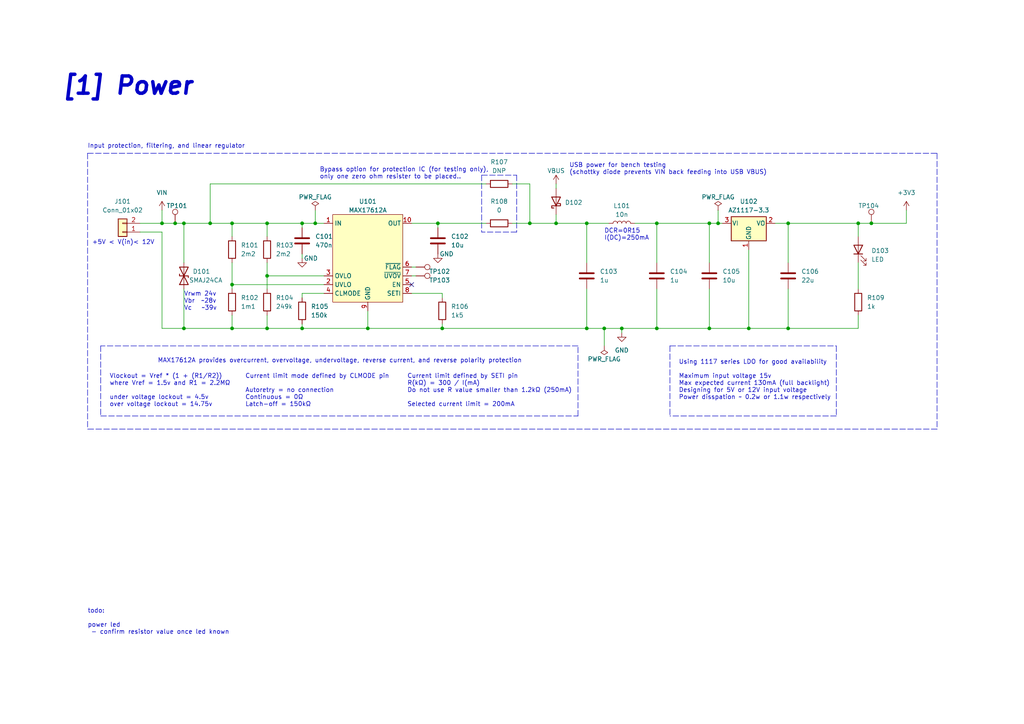
<source format=kicad_sch>
(kicad_sch (version 20211123) (generator eeschema)
  (paper "A4")
  (title_block (title "grblPANEL") (date "2022-11-22") (rev "0.1") (company "dresco"))
  (lib_symbols
    (symbol "Connector:TestPoint" (pin_numbers hide) (pin_names (offset 0.762) hide)
      (property "Reference" "TP" (at 0 6.858 0))
      (property "Value" "TestPoint" (at 0 5.08 0))
      (symbol "TestPoint_0_1"
        (circle (center 0 3.302) (radius 0.762))
      )
      (symbol "TestPoint_1_1"
        (pin passive line (at 0 0 90) (length 2.54) (name "1") (number "1"))
      )
    )
    (symbol "Connector_Generic:Conn_01x02" (pin_names (offset 1.016) hide)
      (property "Reference" "J" (at 0 2.54 0))
      (property "Value" "Conn_01x02" (at 0 -5.08 0))
      (symbol "Conn_01x02_1_1"
        (rectangle (start -1.27 -2.413) (end 0 -2.667) (stroke (width 0.1524)))
        (rectangle (start -1.27 0.127) (end 0 -0.127) (stroke (width 0.1524)))
        (rectangle (start -1.27 1.27) (end 1.27 -3.81) (stroke (width 0.254)) (fill (type background)))
        (pin passive line (at -5.08 0 0) (length 3.81) (name "Pin_1") (number "1"))
        (pin passive line (at -5.08 -2.54 0) (length 3.81) (name "Pin_2") (number "2"))
      )
    )
    (symbol "Device:C" (pin_numbers hide) (pin_names (offset 0.254))
      (property "Reference" "C" (at 0.635 2.54 0))
      (property "Value" "C" (at 0.635 -2.54 0))
      (symbol "C_0_1"
        (polyline (pts (xy -2.032 -0.762) (xy 2.032 -0.762)) (stroke (width 0.508)))
        (polyline (pts (xy -2.032 0.762) (xy 2.032 0.762)) (stroke (width 0.508)))
      )
      (symbol "C_1_1"
        (pin passive line (at 0 3.81 270) (length 2.794) (name "~") (number "1"))
        (pin passive line (at 0 -3.81 90) (length 2.794) (name "~") (number "2"))
      )
    )
    (symbol "Device:D_Schottky" (pin_numbers hide) (pin_names (offset 1.016) hide)
      (property "Reference" "D" (at 0 2.54 0))
      (property "Value" "D_Schottky" (at 0 -2.54 0))
      (symbol "D_Schottky_0_1"
        (polyline (pts (xy 1.27 0) (xy -1.27 0)))
        (polyline (pts (xy 1.27 1.27) (xy 1.27 -1.27) (xy -1.27 0) (xy 1.27 1.27)) (stroke (width 0.254)))
        (polyline (pts (xy -1.905 0.635) (xy -1.905 1.27) (xy -1.27 1.27) (xy -1.27 -1.27) (xy -0.635 -1.27) (xy -0.635 -0.635)) (stroke (width 0.254)))
      )
      (symbol "D_Schottky_1_1"
        (pin passive line (at -3.81 0 0) (length 2.54) (name "K") (number "1"))
        (pin passive line (at 3.81 0 180) (length 2.54) (name "A") (number "2"))
      )
    )
    (symbol "Device:D_TVS" (pin_numbers hide) (pin_names (offset 1.016) hide)
      (property "Reference" "D" (at 0 2.54 0))
      (property "Value" "D_TVS" (at 0 -2.54 0))
      (symbol "D_TVS_0_1"
        (polyline (pts (xy 1.27 0) (xy -1.27 0)))
        (polyline (pts (xy 0.508 1.27) (xy 0 1.27) (xy 0 -1.27) (xy -0.508 -1.27)) (stroke (width 0.254)))
        (polyline (pts (xy -2.54 1.27) (xy -2.54 -1.27) (xy 2.54 1.27) (xy 2.54 -1.27) (xy -2.54 1.27)) (stroke (width 0.254)))
      )
      (symbol "D_TVS_1_1"
        (pin passive line (at -3.81 0 0) (length 2.54) (name "A1") (number "1"))
        (pin passive line (at 3.81 0 180) (length 2.54) (name "A2") (number "2"))
      )
    )
    (symbol "Device:L" (pin_numbers hide) (pin_names (offset 1.016) hide)
      (property "Reference" "L" (at -1.27 0 90))
      (property "Value" "L" (at 1.905 0 90))
      (symbol "L_0_1"
        (arc (start 0 -2.54) (mid 0.635 -1.905) (end 0 -1.27))
        (arc (start 0 -1.27) (mid 0.635 -0.635) (end 0 0))
        (arc (start 0 0) (mid 0.635 0.635) (end 0 1.27))
        (arc (start 0 1.27) (mid 0.635 1.905) (end 0 2.54))
      )
      (symbol "L_1_1"
        (pin passive line (at 0 3.81 270) (length 1.27) (name "1") (number "1"))
        (pin passive line (at 0 -3.81 90) (length 1.27) (name "2") (number "2"))
      )
    )
    (symbol "Device:LED" (pin_numbers hide) (pin_names (offset 1.016) hide)
      (property "Reference" "D" (at 0 2.54 0))
      (property "Value" "LED" (at 0 -2.54 0))
      (symbol "LED_0_1"
        (polyline (pts (xy -1.27 -1.27) (xy -1.27 1.27)) (stroke (width 0.254)))
        (polyline (pts (xy -1.27 0) (xy 1.27 0)))
        (polyline (pts (xy 1.27 -1.27) (xy 1.27 1.27) (xy -1.27 0) (xy 1.27 -1.27)) (stroke (width 0.254)))
        (polyline (pts (xy -3.048 -0.762) (xy -4.572 -2.286) (xy -3.81 -2.286) (xy -4.572 -2.286) (xy -4.572 -1.524)))
        (polyline (pts (xy -1.778 -0.762) (xy -3.302 -2.286) (xy -2.54 -2.286) (xy -3.302 -2.286) (xy -3.302 -1.524)))
      )
      (symbol "LED_1_1"
        (pin passive line (at -3.81 0 0) (length 2.54) (name "K") (number "1"))
        (pin passive line (at 3.81 0 180) (length 2.54) (name "A") (number "2"))
      )
    )
    (symbol "Device:R" (pin_numbers hide) (pin_names (offset 0))
      (property "Reference" "R" (at 2.032 0 90))
      (property "Value" "R" (at 0 0 90))
      (symbol "R_0_1"
        (rectangle (start -1.016 -2.54) (end 1.016 2.54) (stroke (width 0.254)))
      )
      (symbol "R_1_1"
        (pin passive line (at 0 3.81 270) (length 1.27) (name "~") (number "1"))
        (pin passive line (at 0 -3.81 90) (length 1.27) (name "~") (number "2"))
      )
    )
    (symbol "Regulator_Linear:AZ1117-3.3" (pin_names (offset 0.254))
      (property "Reference" "U" (at -3.81 3.175 0))
      (property "Value" "AZ1117-3.3" (at 0 3.175 0))
      (symbol "AZ1117-3.3_0_1"
        (rectangle (start -5.08 1.905) (end 5.08 -5.08) (stroke (width 0.254)) (fill (type background)))
      )
      (symbol "AZ1117-3.3_1_1"
        (pin power_in line (at 0 -7.62 90) (length 2.54) (name "GND") (number "1"))
        (pin power_out line (at 7.62 0 180) (length 2.54) (name "VO") (number "2"))
        (pin power_in line (at -7.62 0 0) (length 2.54) (name "VI") (number "3"))
      )
    )
    (symbol "dresco:MAX17612A"
      (property "Reference" "U" (at 0 13.97 0))
      (property "Value" "MAX17612A" (at 7.62 -15.24 0))
      (symbol "MAX17612A_0_1"
        (rectangle (start -10.16 12.7) (end 10.16 -12.7) (fill (type background)))
      )
      (symbol "MAX17612A_1_1"
        (pin power_in line (at -12.7 10.16 0) (length 2.54) (name "IN") (number "1"))
        (pin power_out line (at 12.7 10.16 180) (length 2.54) (name "OUT") (number "10"))
        (pin input line (at -12.7 -7.62 0) (length 2.54) (name "UVLO") (number "2"))
        (pin input line (at -12.7 -5.08 0) (length 2.54) (name "OVLO") (number "3"))
        (pin input line (at -12.7 -10.16 0) (length 2.54) (name "CLMODE") (number "4"))
        (pin input line (at 12.7 -7.62 180) (length 2.54) (name "EN") (number "5"))
        (pin output line (at 12.7 -2.54 180) (length 2.54) (name "~{FLAG}") (number "6"))
        (pin output line (at 12.7 -5.08 180) (length 2.54) (name "~{UVOV}") (number "7"))
        (pin output line (at 12.7 -10.16 180) (length 2.54) (name "SETI") (number "8"))
        (pin power_in line (at 0 -15.24 90) (length 2.54) (name "GND") (number "9"))
      )
    )
    (symbol "dresco:VIN" (power) (pin_names (offset 0))
      (property "Value" "VIN" (at 0 3.81 0))
      (symbol "VIN_0_1"
        (polyline (pts (xy -0.762 1.27) (xy 0 2.54)))
        (polyline (pts (xy 0 0) (xy 0 2.54)))
        (polyline (pts (xy 0 2.54) (xy 0.762 1.27)))
      )
      (symbol "VIN_1_1"
        (pin power_in line (at 0 0 90) (length 0) hide (name "VIN") (number "1"))
      )
    )
    (symbol "power:+3V3" (power) (pin_names (offset 0))
      (property "Value" "+3V3" (at 0 3.556 0))
      (symbol "+3V3_0_1"
        (polyline (pts (xy -0.762 1.27) (xy 0 2.54)))
        (polyline (pts (xy 0 0) (xy 0 2.54)))
        (polyline (pts (xy 0 2.54) (xy 0.762 1.27)))
      )
      (symbol "+3V3_1_1"
        (pin power_in line (at 0 0 90) (length 0) hide (name "+3V3") (number "1"))
      )
    )
    (symbol "power:GND" (power) (pin_names (offset 0))
      (property "Value" "GND" (at 0 -3.81 0))
      (symbol "GND_0_1"
        (polyline (pts (xy 0 0) (xy 0 -1.27) (xy 1.27 -1.27) (xy 0 -2.54) (xy -1.27 -1.27) (xy 0 -1.27)))
      )
      (symbol "GND_1_1"
        (pin power_in line (at 0 0 270) (length 0) hide (name "GND") (number "1"))
      )
    )
    (symbol "power:PWR_FLAG" (power) (pin_numbers hide) (pin_names (offset 0) hide)
      (property "Value" "PWR_FLAG" (at 0 3.81 0))
      (symbol "PWR_FLAG_0_0"
        (pin power_out line (at 0 0 90) (length 0) (name "pwr") (number "1"))
      )
      (symbol "PWR_FLAG_0_1"
        (polyline (pts (xy 0 0) (xy 0 1.27) (xy -1.016 1.905) (xy 0 2.54) (xy 1.016 1.905) (xy 0 1.27)))
      )
    )
    (symbol "power:VBUS" (power) (pin_names (offset 0))
      (property "Value" "VBUS" (at 0 3.81 0))
      (symbol "VBUS_0_1"
        (polyline (pts (xy -0.762 1.27) (xy 0 2.54)))
        (polyline (pts (xy 0 0) (xy 0 2.54)))
        (polyline (pts (xy 0 2.54) (xy 0.762 1.27)))
      )
      (symbol "VBUS_1_1"
        (pin power_in line (at 0 0 90) (length 0) hide (name "VBUS") (number "1"))
      )
    )
  )
  (junction (at 106.68 95.25))
  (junction (at 46.99 64.77))
  (junction (at 205.74 95.25))
  (junction (at 77.47 80.01))
  (junction (at 91.44 64.77))
  (junction (at 77.47 95.25))
  (junction (at 161.29 64.77))
  (junction (at 53.34 95.25))
  (junction (at 50.8 64.77))
  (junction (at 180.34 95.25))
  (junction (at 228.6 64.77))
  (junction (at 175.26 95.25))
  (junction (at 127 64.77))
  (junction (at 53.34 64.77))
  (junction (at 190.5 95.25))
  (junction (at 67.31 82.55))
  (junction (at 205.74 64.77))
  (junction (at 252.73 64.77))
  (junction (at 77.47 64.77))
  (junction (at 170.18 64.77))
  (junction (at 153.67 64.77))
  (junction (at 87.63 95.25))
  (junction (at 170.18 95.25))
  (junction (at 87.63 64.77))
  (junction (at 67.31 95.25))
  (junction (at 228.6 95.25))
  (junction (at 128.27 95.25))
  (junction (at 208.28 64.77))
  (junction (at 217.17 95.25))
  (junction (at 60.96 64.77))
  (junction (at 248.92 64.77))
  (junction (at 67.31 64.77))
  (junction (at 190.5 64.77))
  (no_connect (at 119.38 82.55))
  (wire (pts (xy 40.64 64.77) (xy 46.99 64.77)))
  (wire (pts (xy 119.38 77.47) (xy 120.65 77.47)))
  (wire (pts (xy 77.47 80.01) (xy 93.98 80.01)))
  (wire (pts (xy 119.38 64.77) (xy 127 64.77)))
  (wire (pts (xy 161.29 62.23) (xy 161.29 64.77)))
  (wire (pts (xy 77.47 76.2) (xy 77.47 80.01)))
  (wire (pts (xy 208.28 64.77) (xy 205.74 64.77)))
  (wire (pts (xy 87.63 64.77) (xy 91.44 64.77)))
  (polyline (pts (xy 242.57 120.65) (xy 194.31 120.65)))
  (wire (pts (xy 46.99 95.25) (xy 53.34 95.25)))
  (wire (pts (xy 77.47 91.44) (xy 77.47 95.25)))
  (wire (pts (xy 60.96 64.77) (xy 67.31 64.77)))
  (wire (pts (xy 119.38 80.01) (xy 120.65 80.01)))
  (wire (pts (xy 209.55 64.77) (xy 208.28 64.77)))
  (wire (pts (xy 208.28 60.96) (xy 208.28 64.77)))
  (wire (pts (xy 119.38 85.09) (xy 128.27 85.09)))
  (wire (pts (xy 50.8 64.77) (xy 53.34 64.77)))
  (wire (pts (xy 106.68 90.17) (xy 106.68 95.25)))
  (wire (pts (xy 205.74 83.82) (xy 205.74 95.25)))
  (wire (pts (xy 170.18 76.2) (xy 170.18 64.77)))
  (wire (pts (xy 60.96 53.34) (xy 60.96 64.77)))
  (wire (pts (xy 91.44 60.96) (xy 91.44 64.77)))
  (wire (pts (xy 46.99 64.77) (xy 50.8 64.77)))
  (polyline (pts (xy 149.86 50.8) (xy 149.86 67.31)))
  (wire (pts (xy 153.67 53.34) (xy 153.67 64.77)))
  (wire (pts (xy 77.47 64.77) (xy 77.47 68.58)))
  (polyline (pts (xy 271.78 44.45) (xy 271.78 124.46)))
  (wire (pts (xy 67.31 83.82) (xy 67.31 82.55)))
  (polyline (pts (xy 29.21 100.33) (xy 29.21 120.65)))
  (wire (pts (xy 224.79 64.77) (xy 228.6 64.77)))
  (wire (pts (xy 248.92 64.77) (xy 248.92 68.58)))
  (wire (pts (xy 175.26 95.25) (xy 175.26 100.33)))
  (wire (pts (xy 170.18 95.25) (xy 175.26 95.25)))
  (wire (pts (xy 67.31 64.77) (xy 77.47 64.77)))
  (wire (pts (xy 248.92 76.2) (xy 248.92 83.82)))
  (wire (pts (xy 180.34 95.25) (xy 180.34 96.52)))
  (wire (pts (xy 67.31 95.25) (xy 77.47 95.25)))
  (polyline (pts (xy 29.21 120.65) (xy 167.64 120.65)))
  (wire (pts (xy 190.5 95.25) (xy 205.74 95.25)))
  (wire (pts (xy 262.89 64.77) (xy 252.73 64.77)))
  (wire (pts (xy 77.47 95.25) (xy 87.63 95.25)))
  (polyline (pts (xy 242.57 100.33) (xy 242.57 120.65)))
  (wire (pts (xy 248.92 91.44) (xy 248.92 95.25)))
  (wire (pts (xy 77.47 80.01) (xy 77.47 83.82)))
  (wire (pts (xy 153.67 64.77) (xy 161.29 64.77)))
  (wire (pts (xy 170.18 64.77) (xy 176.53 64.77)))
  (polyline (pts (xy 271.78 124.46) (xy 25.4 124.46)))
  (wire (pts (xy 148.59 64.77) (xy 153.67 64.77)))
  (wire (pts (xy 60.96 53.34) (xy 140.97 53.34)))
  (wire (pts (xy 87.63 85.09) (xy 93.98 85.09)))
  (wire (pts (xy 87.63 64.77) (xy 87.63 66.04)))
  (wire (pts (xy 53.34 64.77) (xy 60.96 64.77)))
  (polyline (pts (xy 149.86 67.31) (xy 139.7 67.31)))
  (wire (pts (xy 170.18 83.82) (xy 170.18 95.25)))
  (polyline (pts (xy 167.64 100.33) (xy 29.21 100.33)))
  (wire (pts (xy 252.73 64.77) (xy 248.92 64.77)))
  (wire (pts (xy 127 64.77) (xy 127 66.04)))
  (wire (pts (xy 161.29 53.34) (xy 161.29 54.61)))
  (wire (pts (xy 40.64 67.31) (xy 46.99 67.31)))
  (wire (pts (xy 190.5 83.82) (xy 190.5 95.25)))
  (wire (pts (xy 87.63 93.98) (xy 87.63 95.25)))
  (polyline (pts (xy 139.7 50.8) (xy 149.86 50.8)))
  (wire (pts (xy 190.5 64.77) (xy 205.74 64.77)))
  (wire (pts (xy 77.47 64.77) (xy 87.63 64.77)))
  (wire (pts (xy 148.59 53.34) (xy 153.67 53.34)))
  (wire (pts (xy 67.31 76.2) (xy 67.31 82.55)))
  (wire (pts (xy 228.6 83.82) (xy 228.6 95.25)))
  (wire (pts (xy 217.17 95.25) (xy 228.6 95.25)))
  (wire (pts (xy 128.27 85.09) (xy 128.27 86.36)))
  (wire (pts (xy 67.31 82.55) (xy 93.98 82.55)))
  (wire (pts (xy 46.99 60.96) (xy 46.99 64.77)))
  (polyline (pts (xy 194.31 100.33) (xy 242.57 100.33)))
  (wire (pts (xy 205.74 95.25) (xy 217.17 95.25)))
  (wire (pts (xy 67.31 91.44) (xy 67.31 95.25)))
  (wire (pts (xy 248.92 95.25) (xy 228.6 95.25)))
  (wire (pts (xy 262.89 60.96) (xy 262.89 64.77)))
  (polyline (pts (xy 167.64 120.65) (xy 167.64 100.33)))
  (wire (pts (xy 180.34 95.25) (xy 190.5 95.25)))
  (wire (pts (xy 190.5 64.77) (xy 190.5 76.2)))
  (wire (pts (xy 87.63 95.25) (xy 106.68 95.25)))
  (wire (pts (xy 53.34 95.25) (xy 67.31 95.25)))
  (wire (pts (xy 53.34 83.82) (xy 53.34 95.25)))
  (wire (pts (xy 128.27 95.25) (xy 170.18 95.25)))
  (wire (pts (xy 175.26 95.25) (xy 180.34 95.25)))
  (polyline (pts (xy 25.4 44.45) (xy 25.4 124.46)))
  (wire (pts (xy 228.6 64.77) (xy 248.92 64.77)))
  (wire (pts (xy 127 64.77) (xy 140.97 64.77)))
  (wire (pts (xy 53.34 64.77) (xy 53.34 76.2)))
  (wire (pts (xy 228.6 64.77) (xy 228.6 76.2)))
  (wire (pts (xy 184.15 64.77) (xy 190.5 64.77)))
  (wire (pts (xy 91.44 64.77) (xy 93.98 64.77)))
  (wire (pts (xy 87.63 73.66) (xy 87.63 74.93)))
  (wire (pts (xy 67.31 64.77) (xy 67.31 68.58)))
  (polyline (pts (xy 194.31 100.33) (xy 194.31 120.65)))
  (wire (pts (xy 217.17 72.39) (xy 217.17 95.25)))
  (polyline (pts (xy 139.7 50.8) (xy 139.7 67.31)))
  (wire (pts (xy 87.63 85.09) (xy 87.63 86.36)))
  (wire (pts (xy 128.27 93.98) (xy 128.27 95.25)))
  (wire (pts (xy 46.99 67.31) (xy 46.99 95.25)))
  (wire (pts (xy 205.74 64.77) (xy 205.74 76.2)))
  (wire (pts (xy 106.68 95.25) (xy 128.27 95.25)))
  (wire (pts (xy 161.29 64.77) (xy 170.18 64.77)))
  (polyline (pts (xy 25.4 44.45) (xy 271.78 44.45)))
  (text "+5V < V(in)< 12V" (at 26.67 71.12 0) (effects (font (size 1.27 1.27)) (justify left bottom)))
  (text "USB power for bench testing\n(schottky diode prevents VIN back feeding into USB VBUS)" (at 165.1 50.8 0) (effects (font (size 1.27 1.27)) (justify left bottom)))
  (text "Using 1117 series LDO for good availability\n\nMaximum input voltage 15v\nMax expected current 130mA (full backlight)\nDesigning for 5V or 12V input voltage\nPower disspation ~ 0.2w or 1.1w respectively\n \n" (at 196.85 118.11 0) (effects (font (size 1.27 1.27)) (justify left bottom)))
  (text "MAX17612A provides overcurrent, overvoltage, undervoltage, reverse current, and reverse polarity protection" (at 45.72 105.41 0) (effects (font (size 1.27 1.27)) (justify left bottom)))
  (text "Input protection, filtering, and linear regulator" (at 25.4 43.18 0) (effects (font (size 1.27 1.27)) (justify left bottom)))
  (text "Bypass option for protection IC (for testing only),\nonly one zero ohm resister to be placed..\n" (at 92.71 52.07 0) (effects (font (size 1.27 1.27)) (justify left bottom)))
  (text "Current limit defined by SETI pin\nR(kΩ) = 300 / I(mA)\nDo not use R value smaller than 1.2kΩ (250mA)\n\nSelected current limit = 200mA" (at 118.11 118.11 0) (effects (font (size 1.27 1.27)) (justify left bottom)))
  (text "Vrwm 24v\nVbr  ~28v\nVc   ~39v" (at 53.34 90.17 0) (effects (font (size 1.27 1.27)) (justify left bottom)))
  (text "[1] Power" (at 17.78 27.94 0) (effects (font (size 5 5) (thickness 1) bold italic) (justify left bottom)))
  (text "Current limit mode defined by CLMODE pin\n\nAutoretry = no connection\nContinuous = 0Ω\nLatch-off = 150kΩ" (at 71.12 118.11 0) (effects (font (size 1.27 1.27)) (justify left bottom)))
  (text "Vlockout = Vref * (1 + (R1/R2))\nwhere Vref = 1.5v and R1 = 2.2MΩ\n\nunder voltage lockout = 4.5v\nover voltage lockout = 14.75v" (at 31.75 118.11 0) (effects (font (size 1.27 1.27)) (justify left bottom)))
  (text "DCR=0R15\nI(DC)=250mA" (at 175.26 69.85 0) (effects (font (size 1.27 1.27)) (justify left bottom)))
  (text "todo:\n\npower led\n - confirm resistor value once led known\n" (at 25.4 184.15 0) (effects (font (size 1.27 1.27)) (justify left bottom)))
  (symbol (lib_id "Device:R") (at 128.27 90.17 0) (unit 1)
    (property "Reference" "R106" (at 130.81 88.8999 0) (effects (justify left)))
    (property "Value" "1k5" (at 130.81 91.4399 0) (effects (justify left)))
  )
  (symbol (lib_id "Connector_Generic:Conn_01x02") (at 35.56 67.31 180) (unit 1)
    (property "Reference" "J101" (at 35.56 58.42 0))
    (property "Value" "Conn_01x02" (at 35.56 60.96 0))
  )
  (symbol (lib_id "Device:R") (at 67.31 72.39 0) (unit 1)
    (property "Reference" "R101" (at 69.85 71.1199 0) (effects (justify left)))
    (property "Value" "2m2" (at 69.85 73.6599 0) (effects (justify left)))
  )
  (symbol (lib_id "Connector:TestPoint") (at 120.65 77.47 270) (unit 1)
    (property "Reference" "TP102" (at 124.46 78.74 90) (effects (justify left)))
    (property "Value" "TestPoint" (effects hide))
  )
  (symbol (lib_id "power:GND") (at 180.34 96.52 0) (unit 1)
    (property "Reference" "#PWR0105" (effects hide))
    (property "Value" "GND" (at 180.34 101.6 0))
  )
  (symbol (lib_id "Device:R") (at 77.47 72.39 0) (unit 1)
    (property "Reference" "R103" (at 80.01 71.1199 0) (effects (justify left)))
    (property "Value" "2m2" (at 80.01 73.6599 0) (effects (justify left)))
  )
  (symbol (lib_id "Device:R") (at 77.47 87.63 0) (unit 1)
    (property "Reference" "R104" (at 80.01 86.3599 0) (effects (justify left)))
    (property "Value" "249k" (at 80.01 88.8999 0) (effects (justify left)))
  )
  (symbol (lib_id "Device:C") (at 127 69.85 0) (unit 1)
    (property "Reference" "C102" (at 130.81 68.5799 0) (effects (justify left)))
    (property "Value" "10u" (at 130.81 71.1199 0) (effects (justify left)))
  )
  (symbol (lib_id "Regulator_Linear:AZ1117-3.3") (at 217.17 64.77 0) (unit 1)
    (property "Reference" "U102" (at 217.17 58.42 0))
    (property "Value" "AZ1117-3.3" (at 217.17 60.96 0))
    (property "Footprint" "Package_TO_SOT_SMD:SOT-223-3_TabPin2" (effects hide))
    (property "Datasheet" "https://www.diodes.com/assets/Datasheets/AZ1117.pdf" (effects hide))
  )
  (symbol (lib_id "power:GND") (at 87.63 74.93 0) (unit 1)
    (property "Reference" "#PWR0102" (effects hide))
    (property "Value" "GND" (at 90.17 74.93 0))
  )
  (symbol (lib_id "Connector:TestPoint") (at 120.65 80.01 270) (unit 1)
    (property "Reference" "TP103" (at 124.46 81.28 90) (effects (justify left)))
    (property "Value" "TestPoint" (effects hide))
  )
  (symbol (lib_id "power:+3V3") (at 262.89 60.96 0) (unit 1)
    (property "Reference" "#PWR0106" (effects hide))
    (property "Value" "+3V3" (at 262.89 55.88 0))
  )
  (symbol (lib_id "Device:C") (at 170.18 80.01 0) (unit 1)
    (property "Reference" "C103" (at 173.99 78.7399 0) (effects (justify left)))
    (property "Value" "1u" (at 173.99 81.2799 0) (effects (justify left)))
  )
  (symbol (lib_id "power:VBUS") (at 161.29 53.34 0) (unit 1)
    (property "Reference" "#PWR0104" (effects hide))
    (property "Value" "VBUS" (at 161.29 49.53 0))
  )
  (symbol (lib_id "dresco:VIN") (at 46.99 60.96 0) (unit 1)
    (property "Reference" "#PWR0101" (effects hide))
    (property "Value" "VIN" (at 46.99 55.88 0))
  )
  (symbol (lib_id "power:PWR_FLAG") (at 91.44 60.96 0) (unit 1)
    (property "Reference" "#FLG0101" (effects hide))
    (property "Value" "PWR_FLAG" (at 91.44 57.15 0))
  )
  (symbol (lib_id "Device:R") (at 87.63 90.17 0) (unit 1)
    (property "Reference" "R105" (at 90.17 88.8999 0) (effects (justify left)))
    (property "Value" "150k" (at 90.17 91.4399 0) (effects (justify left)))
  )
  (symbol (lib_id "Device:D_Schottky") (at 161.29 58.42 90) (unit 1)
    (property "Reference" "D102" (at 163.83 58.7374 90) (effects (justify right)))
    (property "Value" "D_Schottky" (effects hide))
  )
  (symbol (lib_id "power:GND") (at 127 73.66 0) (unit 1)
    (property "Reference" "#PWR0103" (effects hide))
    (property "Value" "GND" (at 129.54 73.66 0))
  )
  (symbol (lib_id "Device:C") (at 87.63 69.85 0) (unit 1)
    (property "Reference" "C101" (at 91.44 68.5799 0) (effects (justify left)))
    (property "Value" "470n" (at 91.44 71.1199 0) (effects (justify left)))
  )
  (symbol (lib_id "Device:R") (at 67.31 87.63 0) (unit 1)
    (property "Reference" "R102" (at 69.85 86.3599 0) (effects (justify left)))
    (property "Value" "1m1" (at 69.85 88.8999 0) (effects (justify left)))
  )
  (symbol (lib_id "dresco:MAX17612A") (at 106.68 74.93 0) (unit 1)
    (property "Reference" "U101" (at 106.68 58.42 0))
    (property "Value" "MAX17612A" (at 106.68 60.96 0))
  )
  (symbol (lib_id "Device:L") (at 180.34 64.77 90) (unit 1)
    (property "Reference" "L101" (at 180.34 59.69 90))
    (property "Value" "10n" (at 180.34 62.23 90))
  )
  (symbol (lib_id "Connector:TestPoint") (at 50.8 64.77 0) (unit 1)
    (property "Reference" "TP101" (at 48.26 59.69 0) (effects (justify left)))
    (property "Value" "TestPoint" (effects hide))
  )
  (symbol (lib_id "Device:C") (at 228.6 80.01 0) (unit 1)
    (property "Reference" "C106" (at 232.41 78.7399 0) (effects (justify left)))
    (property "Value" "22u" (at 232.41 81.2799 0) (effects (justify left)))
  )
  (symbol (lib_id "Connector:TestPoint") (at 252.73 64.77 0) (unit 1)
    (property "Reference" "TP104" (at 248.92 59.69 0) (effects (justify left)))
    (property "Value" "TestPoint" (effects hide))
  )
  (symbol (lib_id "Device:D_TVS") (at 53.34 80.01 90) (unit 1)
    (property "Reference" "D101" (at 55.88 78.7399 90) (effects (justify right)))
    (property "Value" "SMAJ24CA" (at 59.69 81.28 90))
  )
  (symbol (lib_id "Device:LED") (at 248.92 72.39 90) (unit 1)
    (property "Reference" "D103" (at 252.73 72.7074 90) (effects (justify right)))
    (property "Value" "LED" (at 252.73 75.2474 90) (effects (justify right)))
  )
  (symbol (lib_id "Device:R") (at 248.92 87.63 0) (unit 1)
    (property "Reference" "R109" (at 251.46 86.3599 0) (effects (justify left)))
    (property "Value" "1k" (at 251.46 88.8999 0) (effects (justify left)))
  )
  (symbol (lib_id "Device:C") (at 205.74 80.01 0) (unit 1)
    (property "Reference" "C105" (at 209.55 78.7399 0) (effects (justify left)))
    (property "Value" "10u" (at 209.55 81.2799 0) (effects (justify left)))
  )
  (symbol (lib_id "Device:C") (at 190.5 80.01 0) (unit 1)
    (property "Reference" "C104" (at 194.31 78.7399 0) (effects (justify left)))
    (property "Value" "1u" (at 194.31 81.2799 0) (effects (justify left)))
  )
  (symbol (lib_id "Device:R") (at 144.78 64.77 90) (unit 1)
    (property "Reference" "R108" (at 144.78 58.42 90))
    (property "Value" "0" (at 144.78 60.96 90))
  )
  (symbol (lib_id "power:PWR_FLAG") (at 175.26 100.33 0) (mirror x) (unit 1)
    (property "Reference" "#FLG0104" (effects hide))
    (property "Value" "PWR_FLAG" (at 175.26 104.14 0))
  )
  (symbol (lib_id "power:PWR_FLAG") (at 208.28 60.96 0) (unit 1)
    (property "Reference" "#FLG0103" (effects hide))
    (property "Value" "PWR_FLAG" (at 208.28 57.15 0))
  )
  (symbol (lib_id "Device:R") (at 144.78 53.34 90) (unit 1)
    (property "Reference" "R107" (at 144.78 46.99 90))
    (property "Value" "DNP" (at 144.78 49.53 90))
  )
)
</source>
